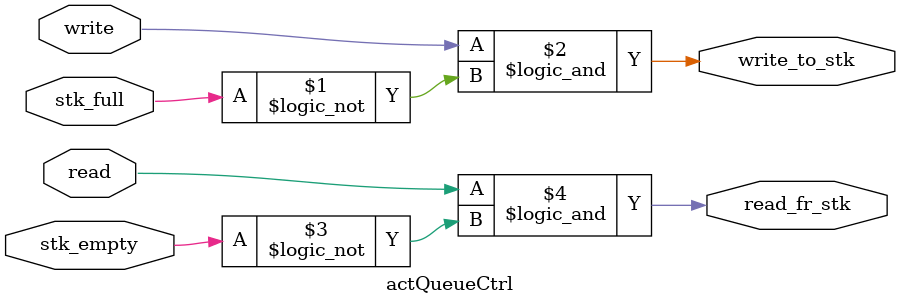
<source format=v>
module actQueueCtrl (
	output write_to_stk,
	output read_fr_stk,
	input write,read,stk_full,stk_empty
);

assign write_to_stk = write && (!stk_full);
assign read_fr_stk = read && (!stk_empty);

endmodule

</source>
